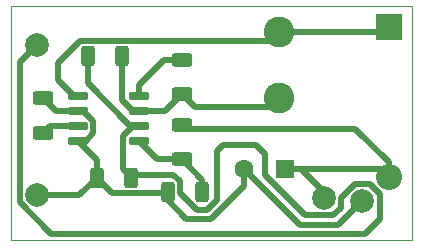
<source format=gbr>
%TF.GenerationSoftware,KiCad,Pcbnew,(6.0.4)*%
%TF.CreationDate,2022-08-05T21:50:27-04:00*%
%TF.ProjectId,mc34063_boost_converter,6d633334-3036-4335-9f62-6f6f73745f63,rev?*%
%TF.SameCoordinates,Original*%
%TF.FileFunction,Copper,L1,Top*%
%TF.FilePolarity,Positive*%
%FSLAX46Y46*%
G04 Gerber Fmt 4.6, Leading zero omitted, Abs format (unit mm)*
G04 Created by KiCad (PCBNEW (6.0.4)) date 2022-08-05 21:50:27*
%MOMM*%
%LPD*%
G01*
G04 APERTURE LIST*
G04 Aperture macros list*
%AMRoundRect*
0 Rectangle with rounded corners*
0 $1 Rounding radius*
0 $2 $3 $4 $5 $6 $7 $8 $9 X,Y pos of 4 corners*
0 Add a 4 corners polygon primitive as box body*
4,1,4,$2,$3,$4,$5,$6,$7,$8,$9,$2,$3,0*
0 Add four circle primitives for the rounded corners*
1,1,$1+$1,$2,$3*
1,1,$1+$1,$4,$5*
1,1,$1+$1,$6,$7*
1,1,$1+$1,$8,$9*
0 Add four rect primitives between the rounded corners*
20,1,$1+$1,$2,$3,$4,$5,0*
20,1,$1+$1,$4,$5,$6,$7,0*
20,1,$1+$1,$6,$7,$8,$9,0*
20,1,$1+$1,$8,$9,$2,$3,0*%
G04 Aperture macros list end*
%TA.AperFunction,Profile*%
%ADD10C,0.100000*%
%TD*%
%TA.AperFunction,ComponentPad*%
%ADD11C,2.000000*%
%TD*%
%TA.AperFunction,SMDPad,CuDef*%
%ADD12RoundRect,0.250000X0.625000X-0.312500X0.625000X0.312500X-0.625000X0.312500X-0.625000X-0.312500X0*%
%TD*%
%TA.AperFunction,SMDPad,CuDef*%
%ADD13RoundRect,0.250000X0.312500X0.625000X-0.312500X0.625000X-0.312500X-0.625000X0.312500X-0.625000X0*%
%TD*%
%TA.AperFunction,SMDPad,CuDef*%
%ADD14RoundRect,0.250000X-0.625000X0.312500X-0.625000X-0.312500X0.625000X-0.312500X0.625000X0.312500X0*%
%TD*%
%TA.AperFunction,SMDPad,CuDef*%
%ADD15RoundRect,0.250000X-0.312500X-0.625000X0.312500X-0.625000X0.312500X0.625000X-0.312500X0.625000X0*%
%TD*%
%TA.AperFunction,ComponentPad*%
%ADD16C,2.600000*%
%TD*%
%TA.AperFunction,SMDPad,CuDef*%
%ADD17RoundRect,0.150000X-0.725000X-0.150000X0.725000X-0.150000X0.725000X0.150000X-0.725000X0.150000X0*%
%TD*%
%TA.AperFunction,ComponentPad*%
%ADD18O,2.200000X2.200000*%
%TD*%
%TA.AperFunction,ComponentPad*%
%ADD19R,2.200000X2.200000*%
%TD*%
%TA.AperFunction,ComponentPad*%
%ADD20C,1.600000*%
%TD*%
%TA.AperFunction,ComponentPad*%
%ADD21R,1.600000X1.600000*%
%TD*%
%TA.AperFunction,Conductor*%
%ADD22C,0.500000*%
%TD*%
G04 APERTURE END LIST*
D10*
X129750000Y-99500000D02*
X163750000Y-99500000D01*
X163750000Y-99500000D02*
X163750000Y-119250000D01*
X163750000Y-119250000D02*
X129750000Y-119250000D01*
X129750000Y-119250000D02*
X129750000Y-99500000D01*
D11*
%TO.P,,1*%
%TO.N,GND*%
X159500000Y-116000000D03*
%TD*%
%TO.P,,1*%
%TO.N,Vreg*%
X156257027Y-115746875D03*
%TD*%
%TO.P,,1*%
%TO.N,VCC*%
X132000000Y-102750000D03*
%TD*%
%TO.P,REF\u002A\u002A,1*%
%TO.N,GND*%
X132000000Y-115500000D03*
%TD*%
D12*
%TO.P,C2,1*%
%TO.N,Net-(C2-Pad1)*%
X132500000Y-110212500D03*
%TO.P,C2,2*%
%TO.N,GND*%
X132500000Y-107287500D03*
%TD*%
D13*
%TO.P,C1,1*%
%TO.N,VCC*%
X139962500Y-114000000D03*
%TO.P,C1,2*%
%TO.N,GND*%
X137037500Y-114000000D03*
%TD*%
D14*
%TO.P,R4,1*%
%TO.N,Vreg*%
X144250000Y-109537500D03*
%TO.P,R4,2*%
%TO.N,Net-(R3-Pad2)*%
X144250000Y-112462500D03*
%TD*%
D15*
%TO.P,R3,1*%
%TO.N,GND*%
X143037500Y-115250000D03*
%TO.P,R3,2*%
%TO.N,Net-(R3-Pad2)*%
X145962500Y-115250000D03*
%TD*%
%TO.P,R2,1*%
%TO.N,VCC*%
X136287500Y-103750000D03*
%TO.P,R2,2*%
%TO.N,Net-(L1-Pad1)*%
X139212500Y-103750000D03*
%TD*%
D12*
%TO.P,R1,1*%
%TO.N,Net-(L1-Pad1)*%
X144250000Y-106962500D03*
%TO.P,R1,2*%
%TO.N,Net-(R1-Pad2)*%
X144250000Y-104037500D03*
%TD*%
D16*
%TO.P,L1,1,1*%
%TO.N,Net-(L1-Pad1)*%
X152500000Y-107250000D03*
%TO.P,L1,2,2*%
%TO.N,Net-(D1-Pad1)*%
X152500000Y-101650000D03*
%TD*%
D17*
%TO.P,U1,1*%
%TO.N,Net-(D1-Pad1)*%
X135425000Y-107095000D03*
%TO.P,U1,2*%
%TO.N,GND*%
X135425000Y-108365000D03*
%TO.P,U1,3*%
%TO.N,Net-(C2-Pad1)*%
X135425000Y-109635000D03*
%TO.P,U1,4*%
%TO.N,GND*%
X135425000Y-110905000D03*
%TO.P,U1,5*%
%TO.N,Net-(R3-Pad2)*%
X140575000Y-110905000D03*
%TO.P,U1,6*%
%TO.N,VCC*%
X140575000Y-109635000D03*
%TO.P,U1,7*%
%TO.N,Net-(L1-Pad1)*%
X140575000Y-108365000D03*
%TO.P,U1,8*%
%TO.N,Net-(R1-Pad2)*%
X140575000Y-107095000D03*
%TD*%
D18*
%TO.P,D1,2,K*%
%TO.N,Vreg*%
X161750000Y-113950000D03*
D19*
%TO.P,D1,1,A*%
%TO.N,Net-(D1-Pad1)*%
X161750000Y-101250000D03*
%TD*%
D20*
%TO.P,C3,2*%
%TO.N,GND*%
X149500000Y-113250000D03*
D21*
%TO.P,C3,1*%
%TO.N,Vreg*%
X153000000Y-113250000D03*
%TD*%
D22*
%TO.N,VCC*%
X143464270Y-113750000D02*
X140212500Y-113750000D01*
X144049520Y-114335250D02*
X143464270Y-113750000D01*
X144049520Y-115299520D02*
X144049520Y-114335250D01*
X145500000Y-116750000D02*
X144049520Y-115299520D01*
X146389270Y-116750000D02*
X145500000Y-116750000D01*
X147250000Y-111750000D02*
X147250000Y-115889270D01*
X147750000Y-111250000D02*
X147250000Y-111750000D01*
X150500000Y-111250000D02*
X147750000Y-111250000D01*
X151250000Y-112000000D02*
X150500000Y-111250000D01*
X151250000Y-113749511D02*
X151250000Y-112000000D01*
X147250000Y-115889270D02*
X146389270Y-116750000D01*
X154696875Y-117196386D02*
X151250000Y-113749511D01*
X157053614Y-117196386D02*
X154696875Y-117196386D01*
X157706538Y-116543462D02*
X157053614Y-117196386D01*
X157706538Y-115743543D02*
X157706538Y-116543462D01*
X160159148Y-114550489D02*
X158899592Y-114550489D01*
X161000000Y-115391341D02*
X160159148Y-114550489D01*
X158899592Y-114550489D02*
X157706538Y-115743543D01*
X161000000Y-117500000D02*
X161000000Y-115391341D01*
X140212500Y-113750000D02*
X139962500Y-114000000D01*
X159750000Y-118750000D02*
X161000000Y-117500000D01*
X133200081Y-118750000D02*
X159750000Y-118750000D01*
X130550489Y-116100408D02*
X133200081Y-118750000D01*
X130550489Y-104199511D02*
X130550489Y-116100408D01*
X132000000Y-102750000D02*
X130550489Y-104199511D01*
%TO.N,GND*%
X143037500Y-115912500D02*
X143037500Y-115250000D01*
X144625000Y-117500000D02*
X143037500Y-115912500D01*
X146750000Y-117500000D02*
X144625000Y-117500000D01*
X149500000Y-114750000D02*
X146750000Y-117500000D01*
X149500000Y-113250000D02*
X149500000Y-114750000D01*
%TO.N,Net-(R3-Pad2)*%
X145962500Y-114175000D02*
X144250000Y-112462500D01*
X145962500Y-115250000D02*
X145962500Y-114175000D01*
%TO.N,GND*%
X138362020Y-115324520D02*
X137037500Y-114000000D01*
X142962980Y-115324520D02*
X138362020Y-115324520D01*
X143037500Y-115250000D02*
X142962980Y-115324520D01*
%TO.N,Vreg*%
X156257027Y-115201725D02*
X154305302Y-113250000D01*
X156257027Y-115746875D02*
X156257027Y-115201725D01*
X154305302Y-113250000D02*
X153000000Y-113250000D01*
%TO.N,GND*%
X157500000Y-118000000D02*
X154250000Y-118000000D01*
X154250000Y-118000000D02*
X149500000Y-113250000D01*
X159500000Y-116000000D02*
X157500000Y-118000000D01*
%TO.N,Net-(D1-Pad1)*%
X161350000Y-101650000D02*
X161750000Y-101250000D01*
X152500000Y-101650000D02*
X161350000Y-101650000D01*
%TO.N,Vreg*%
X158910554Y-109860554D02*
X144573054Y-109860554D01*
X161750000Y-112700000D02*
X158910554Y-109860554D01*
X161050000Y-113250000D02*
X161750000Y-113950000D01*
X161750000Y-113950000D02*
X161750000Y-112700000D01*
X153000000Y-113250000D02*
X161050000Y-113250000D01*
X144573054Y-109860554D02*
X144250000Y-109537500D01*
%TO.N,GND*%
X135537500Y-115500000D02*
X137037500Y-114000000D01*
X132000000Y-115500000D02*
X135537500Y-115500000D01*
%TO.N,VCC*%
X139250480Y-110506671D02*
X140122151Y-109635000D01*
X140122151Y-109635000D02*
X140575000Y-109635000D01*
X139962500Y-114000000D02*
X139250480Y-113287980D01*
X139250480Y-113287980D02*
X139250480Y-110506671D01*
%TO.N,GND*%
X133577500Y-108365000D02*
X135425000Y-108365000D01*
X132500000Y-107287500D02*
X133577500Y-108365000D01*
%TO.N,Net-(C2-Pad1)*%
X133077500Y-109635000D02*
X135425000Y-109635000D01*
X132500000Y-110212500D02*
X133077500Y-109635000D01*
%TO.N,GND*%
X136095000Y-110905000D02*
X135425000Y-110905000D01*
X135877849Y-108365000D02*
X136749520Y-109236671D01*
X136749520Y-109236671D02*
X136749520Y-110250480D01*
X135425000Y-108365000D02*
X135877849Y-108365000D01*
X136749520Y-110250480D02*
X136095000Y-110905000D01*
%TO.N,Net-(D1-Pad1)*%
X135095000Y-107095000D02*
X135425000Y-107095000D01*
X133750000Y-105750000D02*
X135095000Y-107095000D01*
X133750000Y-104275480D02*
X133750000Y-105750000D01*
X135600000Y-102425480D02*
X133750000Y-104275480D01*
X152500000Y-101650000D02*
X151724520Y-102425480D01*
%TO.N,Net-(L1-Pad1)*%
X151700000Y-108050000D02*
X145337500Y-108050000D01*
%TO.N,Net-(D1-Pad1)*%
X151724520Y-102425480D02*
X135600000Y-102425480D01*
%TO.N,Net-(L1-Pad1)*%
X145337500Y-108050000D02*
X144250000Y-106962500D01*
X152500000Y-107250000D02*
X151700000Y-108050000D01*
%TO.N,GND*%
X137037500Y-112517500D02*
X135425000Y-110905000D01*
X137037500Y-114000000D02*
X137037500Y-112517500D01*
%TO.N,Net-(L1-Pad1)*%
X140122151Y-108365000D02*
X140575000Y-108365000D01*
X139212500Y-107455349D02*
X140122151Y-108365000D01*
X139212500Y-103750000D02*
X139212500Y-107455349D01*
%TO.N,VCC*%
X139885000Y-109635000D02*
X140575000Y-109635000D01*
X136287500Y-106037500D02*
X139885000Y-109635000D01*
X136287500Y-103750000D02*
X136287500Y-106037500D01*
%TO.N,Net-(R3-Pad2)*%
X142132500Y-112462500D02*
X140575000Y-110905000D01*
X144250000Y-112462500D02*
X142132500Y-112462500D01*
%TO.N,Net-(L1-Pad1)*%
X142847500Y-108365000D02*
X140575000Y-108365000D01*
X144250000Y-106962500D02*
X142847500Y-108365000D01*
%TO.N,Net-(R1-Pad2)*%
X142712500Y-104037500D02*
X144250000Y-104037500D01*
X140575000Y-107095000D02*
X140575000Y-106175000D01*
X140575000Y-106175000D02*
X142712500Y-104037500D01*
%TD*%
M02*

</source>
